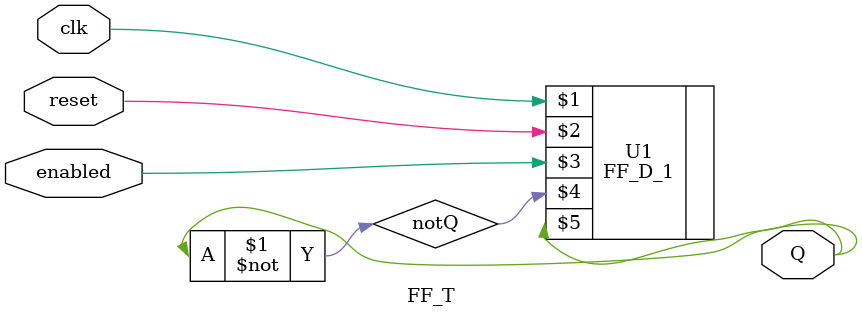
<source format=v>

module FF_T(input clk, reset, enabled, output Q);
    wire notQ;
    not v1(notQ, Q);
    // alternativa en 1 línea:
     FF_D_1 U1(clk, reset, enabled, notQ, Q);


endmodule

</source>
